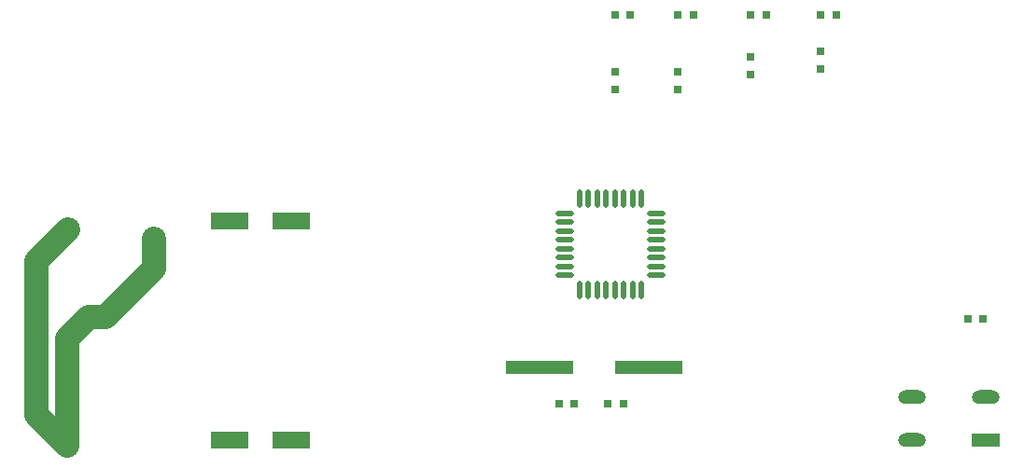
<source format=gtp>
G04 Layer_Color=8421504*
%FSLAX44Y44*%
%MOMM*%
G71*
G01*
G75*
%ADD10R,0.7620X0.7620*%
%ADD11O,0.5500X1.6500*%
%ADD12O,1.6500X0.5500*%
%ADD13R,6.0960X1.2000*%
%ADD14R,2.5400X1.2700*%
%ADD15O,2.5400X1.2700*%
%ADD16R,0.8000X0.8000*%
%ADD17R,3.5000X1.6000*%
%ADD63C,2.2040*%
D10*
X1435100Y1102360D02*
D03*
X1449070D02*
D03*
X1129030Y1377950D02*
D03*
X1115060D02*
D03*
X1186180D02*
D03*
X1172210D02*
D03*
X1252220D02*
D03*
X1238250D02*
D03*
X1315720D02*
D03*
X1301750D02*
D03*
X1064260Y1024890D02*
D03*
X1078230D02*
D03*
X1122680D02*
D03*
X1108710D02*
D03*
D11*
X1083250Y1127920D02*
D03*
X1091250D02*
D03*
X1099250D02*
D03*
X1107250D02*
D03*
X1115250D02*
D03*
X1123250D02*
D03*
X1131250D02*
D03*
X1139250D02*
D03*
Y1211420D02*
D03*
X1131250D02*
D03*
X1123250D02*
D03*
X1115250D02*
D03*
X1107250D02*
D03*
X1099250D02*
D03*
X1091250D02*
D03*
X1083250D02*
D03*
D12*
X1153000Y1141670D02*
D03*
Y1149670D02*
D03*
Y1157670D02*
D03*
Y1165670D02*
D03*
Y1173670D02*
D03*
Y1181670D02*
D03*
Y1189670D02*
D03*
Y1197670D02*
D03*
X1069500D02*
D03*
Y1189670D02*
D03*
Y1181670D02*
D03*
Y1173670D02*
D03*
Y1165670D02*
D03*
Y1157670D02*
D03*
Y1149670D02*
D03*
Y1141670D02*
D03*
D13*
X1145540Y1057910D02*
D03*
X1046480D02*
D03*
D14*
X1451610Y991870D02*
D03*
D15*
X1384300D02*
D03*
X1451610Y1031240D02*
D03*
X1384300D02*
D03*
D16*
X1172210Y1310260D02*
D03*
Y1326260D02*
D03*
X1115060Y1310260D02*
D03*
Y1326260D02*
D03*
X1238250Y1324230D02*
D03*
Y1340230D02*
D03*
X1301750Y1329310D02*
D03*
Y1345310D02*
D03*
D17*
X821750Y991870D02*
D03*
X765750D02*
D03*
Y1191260D02*
D03*
X821750D02*
D03*
D63*
X697230Y1148080D02*
Y1174750D01*
X652780Y1103630D02*
X697230Y1148080D01*
X637540Y1103630D02*
X652780D01*
X618490Y1084580D02*
X637540Y1103630D01*
X618490Y986860D02*
Y1084580D01*
X590620Y1154500D02*
X619100Y1182980D01*
X590620Y1014730D02*
X618490Y986860D01*
X590620Y1014730D02*
Y1154500D01*
M02*

</source>
